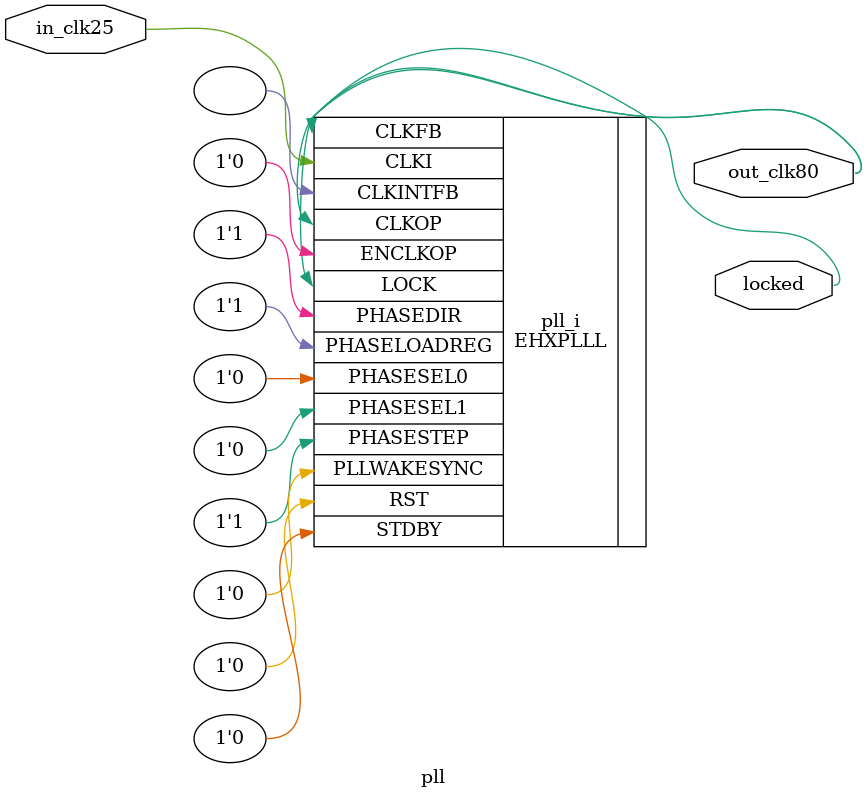
<source format=v>
module pll
(
    input in_clk25, // 25 MHz, 0 deg
    output out_clk80, // 80 MHz, 0 deg
    output locked
);
(* FREQUENCY_PIN_CLKI="25" *)
(* FREQUENCY_PIN_CLKOP="80" *)
(* ICP_CURRENT="12" *) (* LPF_RESISTOR="8" *) (* MFG_ENABLE_FILTEROPAMP="1" *) (* MFG_GMCREF_SEL="2" *)
EHXPLLL #(
        .PLLRST_ENA("DISABLED"),
        .INTFB_WAKE("DISABLED"),
        .STDBY_ENABLE("DISABLED"),
        .DPHASE_SOURCE("DISABLED"),
        .OUTDIVIDER_MUXA("DIVA"),
        .OUTDIVIDER_MUXB("DIVB"),
        .OUTDIVIDER_MUXC("DIVC"),
        .OUTDIVIDER_MUXD("DIVD"),
        .CLKI_DIV(5),
        .CLKOP_ENABLE("ENABLED"),
        .CLKOP_DIV(7),
        .CLKOP_CPHASE(3),
        .CLKOP_FPHASE(0),
        .FEEDBK_PATH("CLKOP"),
        .CLKFB_DIV(16)
    ) pll_i (
        .RST(1'b0),
        .STDBY(1'b0),
        .CLKI(in_clk25),
        .CLKOP(out_clk80),
        .CLKFB(out_clk80),
        .CLKINTFB(),
        .PHASESEL0(1'b0),
        .PHASESEL1(1'b0),
        .PHASEDIR(1'b1),
        .PHASESTEP(1'b1),
        .PHASELOADREG(1'b1),
        .PLLWAKESYNC(1'b0),
        .ENCLKOP(1'b0),
        .LOCK(locked)
	);
endmodule

</source>
